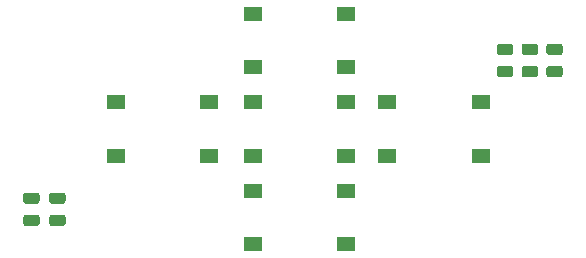
<source format=gtp>
G04 #@! TF.GenerationSoftware,KiCad,Pcbnew,(5.1.12)-1*
G04 #@! TF.CreationDate,2022-09-28T12:59:49-05:00*
G04 #@! TF.ProjectId,Controller_Borad,436f6e74-726f-46c6-9c65-725f426f7261,rev?*
G04 #@! TF.SameCoordinates,Original*
G04 #@! TF.FileFunction,Paste,Top*
G04 #@! TF.FilePolarity,Positive*
%FSLAX46Y46*%
G04 Gerber Fmt 4.6, Leading zero omitted, Abs format (unit mm)*
G04 Created by KiCad (PCBNEW (5.1.12)-1) date 2022-09-28 12:59:49*
%MOMM*%
%LPD*%
G01*
G04 APERTURE LIST*
%ADD10R,1.550000X1.300000*%
G04 APERTURE END LIST*
D10*
X236025000Y-116450000D03*
X236025000Y-120950000D03*
X243975000Y-120950000D03*
X243975000Y-116450000D03*
X236025000Y-123950000D03*
X236025000Y-128450000D03*
X243975000Y-128450000D03*
X243975000Y-123950000D03*
X232375000Y-120950000D03*
X232375000Y-116450000D03*
X224425000Y-116450000D03*
X224425000Y-120950000D03*
X247425000Y-116450000D03*
X247425000Y-120950000D03*
X255375000Y-120950000D03*
X255375000Y-116450000D03*
X243975000Y-113450000D03*
X243975000Y-108950000D03*
X236025000Y-108950000D03*
X236025000Y-113450000D03*
G36*
G01*
X261143750Y-113350000D02*
X262056250Y-113350000D01*
G75*
G02*
X262300000Y-113593750I0J-243750D01*
G01*
X262300000Y-114081250D01*
G75*
G02*
X262056250Y-114325000I-243750J0D01*
G01*
X261143750Y-114325000D01*
G75*
G02*
X260900000Y-114081250I0J243750D01*
G01*
X260900000Y-113593750D01*
G75*
G02*
X261143750Y-113350000I243750J0D01*
G01*
G37*
G36*
G01*
X261143750Y-111475000D02*
X262056250Y-111475000D01*
G75*
G02*
X262300000Y-111718750I0J-243750D01*
G01*
X262300000Y-112206250D01*
G75*
G02*
X262056250Y-112450000I-243750J0D01*
G01*
X261143750Y-112450000D01*
G75*
G02*
X260900000Y-112206250I0J243750D01*
G01*
X260900000Y-111718750D01*
G75*
G02*
X261143750Y-111475000I243750J0D01*
G01*
G37*
G36*
G01*
X259043750Y-113350000D02*
X259956250Y-113350000D01*
G75*
G02*
X260200000Y-113593750I0J-243750D01*
G01*
X260200000Y-114081250D01*
G75*
G02*
X259956250Y-114325000I-243750J0D01*
G01*
X259043750Y-114325000D01*
G75*
G02*
X258800000Y-114081250I0J243750D01*
G01*
X258800000Y-113593750D01*
G75*
G02*
X259043750Y-113350000I243750J0D01*
G01*
G37*
G36*
G01*
X259043750Y-111475000D02*
X259956250Y-111475000D01*
G75*
G02*
X260200000Y-111718750I0J-243750D01*
G01*
X260200000Y-112206250D01*
G75*
G02*
X259956250Y-112450000I-243750J0D01*
G01*
X259043750Y-112450000D01*
G75*
G02*
X258800000Y-112206250I0J243750D01*
G01*
X258800000Y-111718750D01*
G75*
G02*
X259043750Y-111475000I243750J0D01*
G01*
G37*
G36*
G01*
X256943750Y-113350000D02*
X257856250Y-113350000D01*
G75*
G02*
X258100000Y-113593750I0J-243750D01*
G01*
X258100000Y-114081250D01*
G75*
G02*
X257856250Y-114325000I-243750J0D01*
G01*
X256943750Y-114325000D01*
G75*
G02*
X256700000Y-114081250I0J243750D01*
G01*
X256700000Y-113593750D01*
G75*
G02*
X256943750Y-113350000I243750J0D01*
G01*
G37*
G36*
G01*
X256943750Y-111475000D02*
X257856250Y-111475000D01*
G75*
G02*
X258100000Y-111718750I0J-243750D01*
G01*
X258100000Y-112206250D01*
G75*
G02*
X257856250Y-112450000I-243750J0D01*
G01*
X256943750Y-112450000D01*
G75*
G02*
X256700000Y-112206250I0J243750D01*
G01*
X256700000Y-111718750D01*
G75*
G02*
X256943750Y-111475000I243750J0D01*
G01*
G37*
G36*
G01*
X216843750Y-125950000D02*
X217756250Y-125950000D01*
G75*
G02*
X218000000Y-126193750I0J-243750D01*
G01*
X218000000Y-126681250D01*
G75*
G02*
X217756250Y-126925000I-243750J0D01*
G01*
X216843750Y-126925000D01*
G75*
G02*
X216600000Y-126681250I0J243750D01*
G01*
X216600000Y-126193750D01*
G75*
G02*
X216843750Y-125950000I243750J0D01*
G01*
G37*
G36*
G01*
X216843750Y-124075000D02*
X217756250Y-124075000D01*
G75*
G02*
X218000000Y-124318750I0J-243750D01*
G01*
X218000000Y-124806250D01*
G75*
G02*
X217756250Y-125050000I-243750J0D01*
G01*
X216843750Y-125050000D01*
G75*
G02*
X216600000Y-124806250I0J243750D01*
G01*
X216600000Y-124318750D01*
G75*
G02*
X216843750Y-124075000I243750J0D01*
G01*
G37*
G36*
G01*
X219043750Y-125950000D02*
X219956250Y-125950000D01*
G75*
G02*
X220200000Y-126193750I0J-243750D01*
G01*
X220200000Y-126681250D01*
G75*
G02*
X219956250Y-126925000I-243750J0D01*
G01*
X219043750Y-126925000D01*
G75*
G02*
X218800000Y-126681250I0J243750D01*
G01*
X218800000Y-126193750D01*
G75*
G02*
X219043750Y-125950000I243750J0D01*
G01*
G37*
G36*
G01*
X219043750Y-124075000D02*
X219956250Y-124075000D01*
G75*
G02*
X220200000Y-124318750I0J-243750D01*
G01*
X220200000Y-124806250D01*
G75*
G02*
X219956250Y-125050000I-243750J0D01*
G01*
X219043750Y-125050000D01*
G75*
G02*
X218800000Y-124806250I0J243750D01*
G01*
X218800000Y-124318750D01*
G75*
G02*
X219043750Y-124075000I243750J0D01*
G01*
G37*
M02*

</source>
